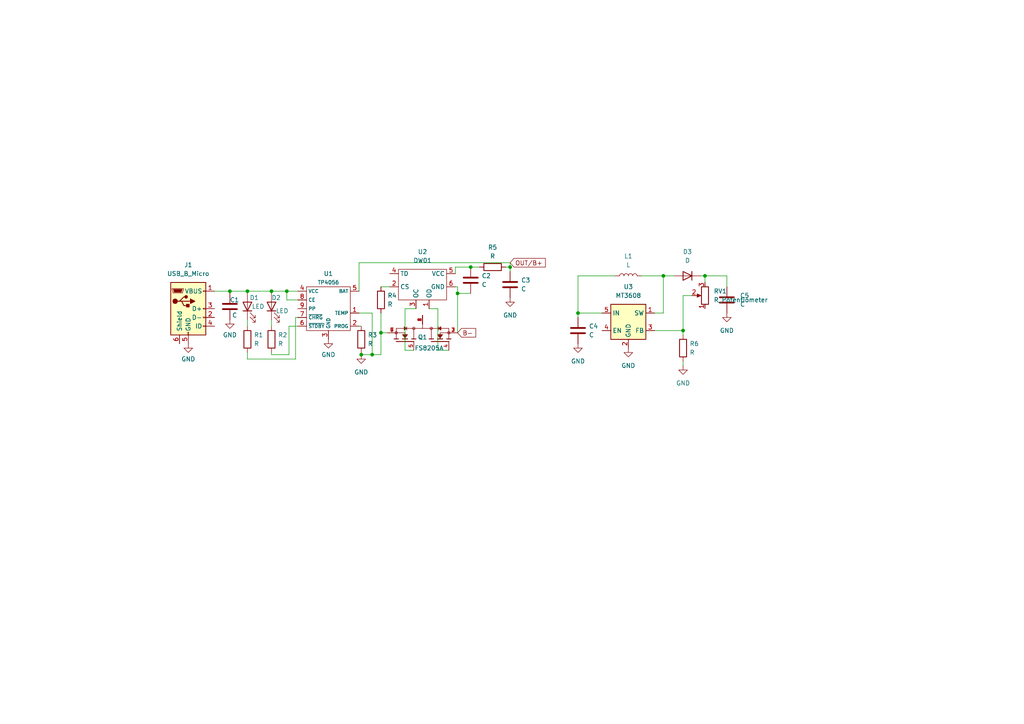
<source format=kicad_sch>
(kicad_sch (version 20211123) (generator eeschema)
  (paper "A4")
  (lib_symbols
    (symbol "Connector:USB_B_Micro" (pin_names (offset 1.016))
      (property "Reference" "J" (at -5.08 11.43 0))
      (property "Value" "USB_B_Micro" (at -5.08 8.89 0))
      (symbol "USB_B_Micro_0_1"
        (rectangle (start -5.08 -7.62) (end 5.08 7.62) (stroke (width 0.254)) (fill (type background)))
        (circle (center -3.81 2.159) (radius 0.635) (stroke (width 0.254)) (fill (type outline)))
        (circle (center -0.635 3.429) (radius 0.381) (stroke (width 0.254)) (fill (type outline)))
        (rectangle (start -0.127 -7.62) (end 0.127 -6.858))
        (polyline (pts (xy -1.905 2.159) (xy 0.635 2.159)) (stroke (width 0.254)))
        (polyline (pts (xy -3.175 2.159) (xy -2.54 2.159) (xy -1.27 3.429) (xy -0.635 3.429)) (stroke (width 0.254)))
        (polyline (pts (xy -2.54 2.159) (xy -1.905 2.159) (xy -1.27 0.889) (xy 0 0.889)) (stroke (width 0.254)))
        (polyline (pts (xy 0.635 2.794) (xy 0.635 1.524) (xy 1.905 2.159) (xy 0.635 2.794)) (stroke (width 0.254)) (fill (type outline)))
        (polyline (pts (xy -4.318 5.588) (xy -1.778 5.588) (xy -2.032 4.826) (xy -4.064 4.826) (xy -4.318 5.588)) (fill (type outline)))
        (polyline (pts (xy -4.699 5.842) (xy -4.699 5.588) (xy -4.445 4.826) (xy -4.445 4.572) (xy -1.651 4.572) (xy -1.651 4.826) (xy -1.397 5.588) (xy -1.397 5.842) (xy -4.699 5.842)))
        (rectangle (start 0.254 1.27) (end -0.508 0.508) (stroke (width 0.254)) (fill (type outline)))
        (rectangle (start 5.08 -5.207) (end 4.318 -4.953))
        (rectangle (start 5.08 -2.667) (end 4.318 -2.413))
        (rectangle (start 5.08 -0.127) (end 4.318 0.127))
        (rectangle (start 5.08 4.953) (end 4.318 5.207))
      )
      (symbol "USB_B_Micro_1_1"
        (pin power_out line (at 7.62 5.08 180) (length 2.54) (name "VBUS") (number "1"))
        (pin bidirectional line (at 7.62 -2.54 180) (length 2.54) (name "D-") (number "2"))
        (pin bidirectional line (at 7.62 0 180) (length 2.54) (name "D+") (number "3"))
        (pin passive line (at 7.62 -5.08 180) (length 2.54) (name "ID") (number "4"))
        (pin power_out line (at 0 -10.16 90) (length 2.54) (name "GND") (number "5"))
        (pin passive line (at -2.54 -10.16 90) (length 2.54) (name "Shield") (number "6"))
      )
    )
    (symbol "Device:C" (pin_numbers hide) (pin_names (offset 0.254))
      (property "Reference" "C" (at 0.635 2.54 0))
      (property "Value" "C" (at 0.635 -2.54 0))
      (symbol "C_0_1"
        (polyline (pts (xy -2.032 -0.762) (xy 2.032 -0.762)) (stroke (width 0.508)))
        (polyline (pts (xy -2.032 0.762) (xy 2.032 0.762)) (stroke (width 0.508)))
      )
      (symbol "C_1_1"
        (pin passive line (at 0 3.81 270) (length 2.794) (name "~") (number "1"))
        (pin passive line (at 0 -3.81 90) (length 2.794) (name "~") (number "2"))
      )
    )
    (symbol "Device:D" (pin_numbers hide) (pin_names (offset 1.016) hide)
      (property "Reference" "D" (at 0 2.54 0))
      (property "Value" "D" (at 0 -2.54 0))
      (symbol "D_0_1"
        (polyline (pts (xy -1.27 1.27) (xy -1.27 -1.27)) (stroke (width 0.254)))
        (polyline (pts (xy 1.27 0) (xy -1.27 0)))
        (polyline (pts (xy 1.27 1.27) (xy 1.27 -1.27) (xy -1.27 0) (xy 1.27 1.27)) (stroke (width 0.254)))
      )
      (symbol "D_1_1"
        (pin passive line (at -3.81 0 0) (length 2.54) (name "K") (number "1"))
        (pin passive line (at 3.81 0 180) (length 2.54) (name "A") (number "2"))
      )
    )
    (symbol "Device:L" (pin_numbers hide) (pin_names (offset 1.016) hide)
      (property "Reference" "L" (at -1.27 0 90))
      (property "Value" "L" (at 1.905 0 90))
      (symbol "L_0_1"
        (arc (start 0 -2.54) (mid 0.635 -1.905) (end 0 -1.27))
        (arc (start 0 -1.27) (mid 0.635 -0.635) (end 0 0))
        (arc (start 0 0) (mid 0.635 0.635) (end 0 1.27))
        (arc (start 0 1.27) (mid 0.635 1.905) (end 0 2.54))
      )
      (symbol "L_1_1"
        (pin passive line (at 0 3.81 270) (length 1.27) (name "1") (number "1"))
        (pin passive line (at 0 -3.81 90) (length 1.27) (name "2") (number "2"))
      )
    )
    (symbol "Device:LED" (pin_numbers hide) (pin_names (offset 1.016) hide)
      (property "Reference" "D" (at 0 2.54 0))
      (property "Value" "LED" (at 0 -2.54 0))
      (symbol "LED_0_1"
        (polyline (pts (xy -1.27 -1.27) (xy -1.27 1.27)) (stroke (width 0.254)))
        (polyline (pts (xy -1.27 0) (xy 1.27 0)))
        (polyline (pts (xy 1.27 -1.27) (xy 1.27 1.27) (xy -1.27 0) (xy 1.27 -1.27)) (stroke (width 0.254)))
        (polyline (pts (xy -3.048 -0.762) (xy -4.572 -2.286) (xy -3.81 -2.286) (xy -4.572 -2.286) (xy -4.572 -1.524)))
        (polyline (pts (xy -1.778 -0.762) (xy -3.302 -2.286) (xy -2.54 -2.286) (xy -3.302 -2.286) (xy -3.302 -1.524)))
      )
      (symbol "LED_1_1"
        (pin passive line (at -3.81 0 0) (length 2.54) (name "K") (number "1"))
        (pin passive line (at 3.81 0 180) (length 2.54) (name "A") (number "2"))
      )
    )
    (symbol "Device:R" (pin_numbers hide) (pin_names (offset 0))
      (property "Reference" "R" (at 2.032 0 90))
      (property "Value" "R" (at 0 0 90))
      (symbol "R_0_1"
        (rectangle (start -1.016 -2.54) (end 1.016 2.54) (stroke (width 0.254)))
      )
      (symbol "R_1_1"
        (pin passive line (at 0 3.81 270) (length 1.27) (name "~") (number "1"))
        (pin passive line (at 0 -3.81 90) (length 1.27) (name "~") (number "2"))
      )
    )
    (symbol "Device:R_Potentiometer" (pin_names (offset 1.016) hide)
      (property "Reference" "RV" (at -4.445 0 90))
      (property "Value" "R_Potentiometer" (at -2.54 0 90))
      (symbol "R_Potentiometer_0_1"
        (polyline (pts (xy 2.54 0) (xy 1.524 0)))
        (polyline (pts (xy 1.143 0) (xy 2.286 0.508) (xy 2.286 -0.508) (xy 1.143 0)) (fill (type outline)))
        (rectangle (start 1.016 2.54) (end -1.016 -2.54) (stroke (width 0.254)))
      )
      (symbol "R_Potentiometer_1_1"
        (pin passive line (at 0 3.81 270) (length 1.27) (name "1") (number "1"))
        (pin passive line (at 3.81 0 180) (length 1.27) (name "2") (number "2"))
        (pin passive line (at 0 -3.81 90) (length 1.27) (name "3") (number "3"))
      )
    )
    (symbol "FS8205A:FS8205A" (pin_names (offset 1.016))
      (property "Reference" "Q" (at -11.43 7.62 0))
      (property "Value" "FS8205A" (at -11.43 -12.7 0))
      (symbol "FS8205A_0_0"
        (circle (center 0 -7.62) (radius 0.3592))
        (polyline (pts (xy -2.54 -2.54) (xy -2.54 -7.62)) (stroke (width 0.254)))
        (polyline (pts (xy -2.54 7.62) (xy -2.54 2.54)) (stroke (width 0.254)))
        (polyline (pts (xy -1.778 -7.62) (xy -1.778 -8.255)) (stroke (width 0.254)))
        (polyline (pts (xy -1.778 -6.985) (xy -1.778 -7.62)) (stroke (width 0.254)))
        (polyline (pts (xy -1.778 -5.08) (xy -1.778 -5.842)) (stroke (width 0.254)))
        (polyline (pts (xy -1.778 -5.08) (xy 0 -5.08)) (stroke (width 0.1524)))
        (polyline (pts (xy -1.778 -4.318) (xy -1.778 -5.08)) (stroke (width 0.254)))
        (polyline (pts (xy -1.778 -2.54) (xy -1.778 -3.175)) (stroke (width 0.254)))
        (polyline (pts (xy -1.778 -2.54) (xy 1.27 -2.54)) (stroke (width 0.1524)))
        (polyline (pts (xy -1.778 -1.905) (xy -1.778 -2.54)) (stroke (width 0.254)))
        (polyline (pts (xy -1.778 2.54) (xy -1.778 1.905)) (stroke (width 0.254)))
        (polyline (pts (xy -1.778 3.175) (xy -1.778 2.54)) (stroke (width 0.254)))
        (polyline (pts (xy -1.778 5.08) (xy -1.778 4.318)) (stroke (width 0.254)))
        (polyline (pts (xy -1.778 5.08) (xy 0 5.08)) (stroke (width 0.1524)))
        (polyline (pts (xy -1.778 5.842) (xy -1.778 5.08)) (stroke (width 0.254)))
        (polyline (pts (xy -1.778 7.62) (xy -1.778 6.985)) (stroke (width 0.254)))
        (polyline (pts (xy -1.778 7.62) (xy 1.27 7.62)) (stroke (width 0.1524)))
        (polyline (pts (xy -1.778 8.255) (xy -1.778 7.62)) (stroke (width 0.254)))
        (polyline (pts (xy 0 -7.62) (xy -1.778 -7.62)) (stroke (width 0.1524)))
        (polyline (pts (xy 0 -7.62) (xy 1.27 -7.62)) (stroke (width 0.1524)))
        (polyline (pts (xy 0 -5.08) (xy 0 -7.62)) (stroke (width 0.1524)))
        (polyline (pts (xy 0 7.62) (xy 0 5.08)) (stroke (width 0.1524)))
        (polyline (pts (xy 0.762 4.572) (xy 1.27 4.572)) (stroke (width 0.1524)))
        (polyline (pts (xy 1.27 -4.572) (xy 0.762 -4.572)) (stroke (width 0.1524)))
        (polyline (pts (xy 1.27 -4.572) (xy 1.27 -7.62)) (stroke (width 0.1524)))
        (polyline (pts (xy 1.27 -2.54) (xy 1.27 -4.572)) (stroke (width 0.1524)))
        (polyline (pts (xy 1.27 -2.54) (xy 1.27 0)) (stroke (width 0.1524)))
        (polyline (pts (xy 1.27 0) (xy 1.27 2.54)) (stroke (width 0.1524)))
        (polyline (pts (xy 1.27 0) (xy 2.54 0)) (stroke (width 0.1524)))
        (polyline (pts (xy 1.27 2.54) (xy -1.778 2.54)) (stroke (width 0.1524)))
        (polyline (pts (xy 1.27 2.54) (xy 1.27 4.572)) (stroke (width 0.1524)))
        (polyline (pts (xy 1.27 4.572) (xy 1.27 7.62)) (stroke (width 0.1524)))
        (polyline (pts (xy 1.27 4.572) (xy 1.778 4.572)) (stroke (width 0.1524)))
        (polyline (pts (xy 1.778 -4.572) (xy 1.27 -4.572)) (stroke (width 0.1524)))
        (polyline (pts (xy -1.524 -5.08) (xy -0.508 -4.318) (xy -0.508 -5.842) (xy -1.524 -5.08)) (stroke (width 0.1524)) (fill (type outline)))
        (polyline (pts (xy -1.524 5.08) (xy -0.508 5.842) (xy -0.508 4.318) (xy -1.524 5.08)) (stroke (width 0.1524)) (fill (type outline)))
        (polyline (pts (xy 1.27 -4.572) (xy 0.762 -5.334) (xy 1.778 -5.334) (xy 1.27 -4.572)) (stroke (width 0.1524)) (fill (type outline)))
        (polyline (pts (xy 1.27 4.572) (xy 1.778 5.334) (xy 0.762 5.334) (xy 1.27 4.572)) (stroke (width 0.1524)) (fill (type outline)))
        (circle (center 0 7.62) (radius 0.3592))
        (circle (center 1.27 -2.54) (radius 0.3592))
        (circle (center 1.27 2.54) (radius 0.3592))
        (pin passive line (at 5.08 0 180) (length 2.54) (name "~") (number "1"))
        (pin passive line (at 0 -10.16 90) (length 2.54) (name "~") (number "2"))
        (pin passive line (at 0 -10.16 90) (length 2.54) (name "~") (number "3"))
        (pin passive line (at -5.08 -7.62 0) (length 2.54) (name "~") (number "4"))
        (pin passive line (at -5.08 2.54 0) (length 2.54) (name "~") (number "5"))
        (pin passive line (at 0 10.16 270) (length 2.54) (name "~") (number "6"))
        (pin passive line (at 0 10.16 270) (length 2.54) (name "~") (number "7"))
        (pin passive line (at 5.08 0 180) (length 2.54) (name "~") (number "8"))
      )
    )
    (symbol "Regulator_Switching:MT3608"
      (property "Reference" "U" (at -2.54 8.89 0))
      (property "Value" "MT3608" (at -3.81 6.35 0))
      (symbol "MT3608_0_1"
        (rectangle (start -5.08 5.08) (end 5.08 -5.08) (stroke (width 0.254)) (fill (type background)))
      )
      (symbol "MT3608_1_1"
        (pin passive line (at 7.62 2.54 180) (length 2.54) (name "SW") (number "1"))
        (pin power_in line (at 0 -7.62 90) (length 2.54) (name "GND") (number "2"))
        (pin input line (at 7.62 -2.54 180) (length 2.54) (name "FB") (number "3"))
        (pin input line (at -7.62 -2.54 0) (length 2.54) (name "EN") (number "4"))
        (pin power_in line (at -7.62 2.54 0) (length 2.54) (name "IN") (number "5"))
        (pin no_connect line (at 5.08 0 180) (length 2.54) hide (name "NC") (number "6"))
      )
    )
    (symbol "dw01:DW01"
      (property "Reference" "U" (at 1.27 10.16 0))
      (property "Value" "DW01" (at 11.43 10.16 0))
      (symbol "DW01_0_1"
        (rectangle (start 0 8.89) (end 13.97 0))
      )
      (symbol "DW01_1_1"
        (pin input line (at 8.89 -2.54 90) (length 2.54) (name "OD") (number "1"))
        (pin input line (at -2.54 3.81 0) (length 2.54) (name "CS") (number "2"))
        (pin input line (at 5.08 -2.54 90) (length 2.54) (name "OC") (number "3"))
        (pin input line (at -2.54 7.62 0) (length 2.54) (name "TD") (number "4"))
        (pin input line (at 16.51 7.62 180) (length 2.54) (name "VCC") (number "5"))
        (pin input line (at 16.51 3.81 180) (length 2.54) (name "GND") (number "6"))
      )
    )
    (symbol "power:GND" (power) (pin_names (offset 0))
      (property "Value" "GND" (at 0 -3.81 0))
      (symbol "GND_0_1"
        (polyline (pts (xy 0 0) (xy 0 -1.27) (xy 1.27 -1.27) (xy 0 -2.54) (xy -1.27 -1.27) (xy 0 -1.27)))
      )
      (symbol "GND_1_1"
        (pin power_in line (at 0 0 270) (length 0) hide (name "GND") (number "1"))
      )
    )
    (symbol "tp4056:TP4056"
      (property "Reference" "U" (at 1.27 13.97 0))
      (property "Value" "TP4056" (at 8.89 13.97 0))
      (symbol "TP4056_0_1"
        (rectangle (start 0 12.7) (end 12.7 0))
      )
      (symbol "TP4056_1_1"
        (pin input line (at 15.24 5.08 180) (length 2.54) (name "TEMP") (number "1"))
        (pin input line (at 15.24 1.27 180) (length 2.54) (name "PROG") (number "2"))
        (pin input line (at 6.35 -2.54 90) (length 2.54) (name "GND") (number "3"))
        (pin input line (at -2.54 11.43 0) (length 2.54) (name "VCC") (number "4"))
        (pin input line (at 15.24 11.43 180) (length 2.54) (name "BAT") (number "5"))
        (pin input line (at -2.54 1.27 0) (length 2.54) (name "~{STDBY}") (number "6"))
        (pin input line (at -2.54 3.81 0) (length 2.54) (name "~{CHRG}") (number "7"))
        (pin input line (at -2.54 8.89 0) (length 2.54) (name "CE") (number "8"))
        (pin input line (at -2.54 6.35 0) (length 2.54) (name "PP") (number "9"))
      )
    )
  )
  (junction (at 104.775 102.87))
  (junction (at 66.675 84.455))
  (junction (at 147.955 77.47))
  (junction (at 198.12 95.885))
  (junction (at 110.49 96.52))
  (junction (at 78.74 84.455))
  (junction (at 192.405 80.01))
  (junction (at 132.715 85.09))
  (junction (at 71.755 84.455))
  (junction (at 107.95 102.87))
  (junction (at 136.525 77.47))
  (junction (at 83.185 84.455))
  (junction (at 167.64 90.805))
  (junction (at 204.47 80.01))
  (wire (pts (xy 147.955 76.2) (xy 147.955 77.47)))
  (wire (pts (xy 130.175 101.6) (xy 127 101.6)))
  (wire (pts (xy 167.64 90.805) (xy 174.625 90.805)))
  (wire (pts (xy 78.74 84.455) (xy 78.74 85.09)))
  (wire (pts (xy 78.74 92.71) (xy 78.74 94.615)))
  (wire (pts (xy 110.49 102.87) (xy 107.95 102.87)))
  (wire (pts (xy 71.755 92.71) (xy 71.755 94.615)))
  (wire (pts (xy 85.725 92.075) (xy 86.36 92.075)))
  (wire (pts (xy 192.405 80.01) (xy 195.58 80.01)))
  (wire (pts (xy 198.12 95.885) (xy 198.12 97.155)))
  (wire (pts (xy 83.82 102.87) (xy 78.74 102.87)))
  (wire (pts (xy 83.185 84.455) (xy 86.36 84.455)))
  (wire (pts (xy 203.2 80.01) (xy 204.47 80.01)))
  (wire (pts (xy 147.955 78.74) (xy 147.955 77.47)))
  (wire (pts (xy 110.49 90.805) (xy 110.49 96.52)))
  (wire (pts (xy 104.14 94.615) (xy 104.775 94.615)))
  (wire (pts (xy 66.675 85.09) (xy 66.675 84.455)))
  (wire (pts (xy 71.755 102.235) (xy 71.755 104.14)))
  (wire (pts (xy 204.47 80.01) (xy 210.82 80.01)))
  (wire (pts (xy 204.47 80.01) (xy 204.47 81.915)))
  (wire (pts (xy 186.055 80.01) (xy 192.405 80.01)))
  (wire (pts (xy 167.64 90.805) (xy 167.64 80.01)))
  (wire (pts (xy 132.08 77.47) (xy 136.525 77.47)))
  (wire (pts (xy 107.95 102.87) (xy 104.775 102.87)))
  (wire (pts (xy 167.64 80.01) (xy 178.435 80.01)))
  (wire (pts (xy 147.955 76.2) (xy 104.14 76.2)))
  (wire (pts (xy 127 101.6) (xy 127 89.535)))
  (wire (pts (xy 117.475 101.6) (xy 117.475 89.535)))
  (wire (pts (xy 132.715 85.09) (xy 132.715 83.185)))
  (wire (pts (xy 132.715 85.09) (xy 136.525 85.09)))
  (wire (pts (xy 66.675 84.455) (xy 71.755 84.455)))
  (wire (pts (xy 117.475 89.535) (xy 120.65 89.535)))
  (wire (pts (xy 86.36 94.615) (xy 83.82 94.615)))
  (wire (pts (xy 71.755 104.14) (xy 85.725 104.14)))
  (wire (pts (xy 132.08 77.47) (xy 132.08 79.375)))
  (wire (pts (xy 198.12 85.725) (xy 198.12 95.885)))
  (wire (pts (xy 110.49 83.185) (xy 113.03 83.185)))
  (wire (pts (xy 192.405 90.805) (xy 189.865 90.805)))
  (wire (pts (xy 120.015 101.6) (xy 117.475 101.6)))
  (wire (pts (xy 107.95 90.805) (xy 107.95 102.87)))
  (wire (pts (xy 83.185 84.455) (xy 78.74 84.455)))
  (wire (pts (xy 78.74 102.87) (xy 78.74 102.235)))
  (wire (pts (xy 132.715 83.185) (xy 132.08 83.185)))
  (wire (pts (xy 198.12 104.775) (xy 198.12 106.045)))
  (wire (pts (xy 189.865 95.885) (xy 198.12 95.885)))
  (wire (pts (xy 210.82 80.01) (xy 210.82 83.185)))
  (wire (pts (xy 192.405 80.01) (xy 192.405 90.805)))
  (wire (pts (xy 83.82 94.615) (xy 83.82 102.87)))
  (wire (pts (xy 104.14 90.805) (xy 107.95 90.805)))
  (wire (pts (xy 136.525 77.47) (xy 139.065 77.47)))
  (wire (pts (xy 71.755 84.455) (xy 71.755 85.09)))
  (wire (pts (xy 200.66 85.725) (xy 198.12 85.725)))
  (wire (pts (xy 110.49 96.52) (xy 110.49 102.87)))
  (wire (pts (xy 127 89.535) (xy 124.46 89.535)))
  (wire (pts (xy 167.64 90.805) (xy 167.64 92.075)))
  (wire (pts (xy 66.675 84.455) (xy 62.23 84.455)))
  (wire (pts (xy 86.36 86.995) (xy 83.185 86.995)))
  (wire (pts (xy 71.755 84.455) (xy 78.74 84.455)))
  (wire (pts (xy 147.955 77.47) (xy 146.685 77.47)))
  (wire (pts (xy 104.775 102.87) (xy 104.775 102.235)))
  (wire (pts (xy 85.725 104.14) (xy 85.725 92.075)))
  (wire (pts (xy 104.14 76.2) (xy 104.14 84.455)))
  (wire (pts (xy 132.715 96.52) (xy 132.715 85.09)))
  (wire (pts (xy 110.49 96.52) (xy 112.395 96.52)))
  (wire (pts (xy 83.185 86.995) (xy 83.185 84.455)))
  (global_label "B-" (shape input) (at 132.715 96.52 0) (property "Intersheet References" "${INTERSHEET_REFS}" (effects hide)))
  (global_label "OUT{slash}B+" (shape input) (at 147.955 76.2 0) (property "Intersheet References" "${INTERSHEET_REFS}" (effects hide)))
  (symbol (lib_id "power:GND") (at 210.82 90.805 0) (unit 1)
    (property "Reference" "#PWR0108" (effects hide))
    (property "Value" "GND" (at 210.82 95.885 0))
  )
  (symbol (lib_id "Device:LED") (at 71.755 88.9 90) (unit 1)
    (property "Reference" "D1" (at 72.39 86.36 90) (effects (justify right)))
    (property "Value" "LED" (at 73.025 88.9 90) (effects (justify right)))
    (property "Footprint" "LED_SMD:LED_0402_1005Metric_Pad0.77x0.64mm_HandSolder" (effects hide))
  )
  (symbol (lib_id "Device:R") (at 198.12 100.965 0) (unit 1)
    (property "Reference" "R6" (at 200.025 99.6949 0) (effects (justify left)))
    (property "Value" "R" (at 200.025 102.2349 0) (effects (justify left)))
    (property "Footprint" "Resistor_SMD:R_0805_2012Metric" (effects hide))
  )
  (symbol (lib_id "tp4056:TP4056") (at 88.9 95.885 0) (unit 1)
    (property "Reference" "U1" (at 95.25 79.375 0))
    (property "Value" "TP4056" (at 95.25 81.915 0) (effects (font (size 1.1 1.1))))
    (property "Footprint" "Package_SO:SOIC-8-1EP_3.9x4.9mm_P1.27mm_EP2.29x3mm" (effects hide))
  )
  (symbol (lib_id "Device:R") (at 78.74 98.425 0) (unit 1)
    (property "Reference" "R2" (at 80.645 97.1549 0) (effects (justify left)))
    (property "Value" "R" (at 80.645 99.6949 0) (effects (justify left)))
    (property "Footprint" "Resistor_SMD:R_0402_1005Metric_Pad0.72x0.64mm_HandSolder" (effects hide))
  )
  (symbol (lib_id "power:GND") (at 198.12 106.045 0) (unit 1)
    (property "Reference" "#PWR0107" (effects hide))
    (property "Value" "GND" (at 198.12 111.125 0))
  )
  (symbol (lib_id "Device:D") (at 199.39 80.01 180) (unit 1)
    (property "Reference" "D3" (at 199.39 73.025 0))
    (property "Value" "D" (at 199.39 75.565 0))
    (property "Footprint" "Diode_SMD:D_SMA" (effects hide))
  )
  (symbol (lib_id "Device:R") (at 71.755 98.425 0) (unit 1)
    (property "Reference" "R1" (at 73.66 97.1549 0) (effects (justify left)))
    (property "Value" "R" (at 73.66 99.6949 0) (effects (justify left)))
    (property "Footprint" "Resistor_SMD:R_0402_1005Metric_Pad0.72x0.64mm_HandSolder" (effects hide))
  )
  (symbol (lib_id "Device:LED") (at 78.74 88.9 90) (unit 1)
    (property "Reference" "D2" (at 78.74 86.36 90) (effects (justify right)))
    (property "Value" "LED" (at 80.01 90.17 90) (effects (justify right)))
    (property "Footprint" "LED_SMD:LED_0402_1005Metric_Pad0.77x0.64mm_HandSolder" (effects hide))
  )
  (symbol (lib_id "Connector:USB_B_Micro") (at 54.61 89.535 0) (unit 1)
    (property "Reference" "J1" (at 54.61 76.835 0))
    (property "Value" "USB_B_Micro" (at 54.61 79.375 0))
    (property "Footprint" "Connector_USB:USB_Micro-B_Molex_47346-0001" (effects hide))
  )
  (symbol (lib_id "power:GND") (at 147.955 86.36 0) (unit 1)
    (property "Reference" "#PWR0105" (effects hide))
    (property "Value" "GND" (at 147.955 91.44 0))
  )
  (symbol (lib_id "Device:R") (at 110.49 86.995 0) (unit 1)
    (property "Reference" "R4" (at 112.395 85.7249 0) (effects (justify left)))
    (property "Value" "R" (at 112.395 88.2649 0) (effects (justify left)))
    (property "Footprint" "Resistor_SMD:R_0402_1005Metric_Pad0.72x0.64mm_HandSolder" (effects hide))
  )
  (symbol (lib_id "FS8205A:FS8205A") (at 122.555 96.52 90) (unit 1)
    (property "Reference" "Q1" (at 122.555 97.79 90))
    (property "Value" "FS8205A" (at 124.46 100.965 90))
    (property "Footprint" "Package_SO:TSSOP-8_4.4x3mm_P0.65mm" (effects hide))
    (property "STANDARD" "IPC 7351B" (effects hide))
    (property "PARTREV" "1.7" (effects hide))
    (property "MANUFACTURER" "Fortune Semiconductor" (effects hide))
    (property "MAXIMUM_PACKAGE_HEIGHT" "1.2mm" (effects hide))
  )
  (symbol (lib_id "Device:L") (at 182.245 80.01 90) (unit 1)
    (property "Reference" "L1" (at 182.245 74.295 90))
    (property "Value" "L" (at 182.245 76.835 90))
    (property "Footprint" "Inductor_SMD:L_10.4x10.4_H4.8" (effects hide))
  )
  (symbol (lib_id "Device:R") (at 142.875 77.47 90) (unit 1)
    (property "Reference" "R5" (at 142.875 71.755 90))
    (property "Value" "R" (at 142.875 74.295 90))
    (property "Footprint" "Resistor_SMD:R_0402_1005Metric_Pad0.72x0.64mm_HandSolder" (effects hide))
  )
  (symbol (lib_id "power:GND") (at 182.245 100.965 0) (unit 1)
    (property "Reference" "#PWR0106" (effects hide))
    (property "Value" "GND" (at 182.245 106.045 0))
  )
  (symbol (lib_id "Device:C") (at 66.675 88.9 0) (unit 1)
    (property "Reference" "C1" (at 66.675 86.995 0) (effects (justify left)))
    (property "Value" "C" (at 67.31 91.44 0) (effects (justify left)))
    (property "Footprint" "Capacitor_SMD:C_0402_1005Metric_Pad0.74x0.62mm_HandSolder" (effects hide))
  )
  (symbol (lib_id "Device:C") (at 147.955 82.55 0) (unit 1)
    (property "Reference" "C3" (at 151.13 81.2799 0) (effects (justify left)))
    (property "Value" "C" (at 151.13 83.8199 0) (effects (justify left)))
    (property "Footprint" "Capacitor_SMD:C_0603_1608Metric_Pad1.08x0.95mm_HandSolder" (effects hide))
  )
  (symbol (lib_id "Device:C") (at 167.64 95.885 0) (unit 1)
    (property "Reference" "C4" (at 170.815 94.6149 0) (effects (justify left)))
    (property "Value" "C" (at 170.815 97.1549 0) (effects (justify left)))
    (property "Footprint" "Capacitor_SMD:C_1206_3216Metric" (effects hide))
  )
  (symbol (lib_id "Regulator_Switching:MT3608") (at 182.245 93.345 0) (unit 1)
    (property "Reference" "U3" (at 182.245 83.185 0))
    (property "Value" "MT3608" (at 182.245 85.725 0))
    (property "Footprint" "Package_TO_SOT_SMD:SOT-23-6" (effects hide))
    (property "Datasheet" "https://www.olimex.com/Products/Breadboarding/BB-PWR-3608/resources/MT3608.pdf" (effects hide))
  )
  (symbol (lib_id "Device:C") (at 210.82 86.995 0) (unit 1)
    (property "Reference" "C5" (at 214.63 85.7249 0) (effects (justify left)))
    (property "Value" "C" (at 214.63 88.2649 0) (effects (justify left)))
    (property "Footprint" "Capacitor_SMD:C_1206_3216Metric" (effects hide))
  )
  (symbol (lib_id "Device:R_Potentiometer") (at 204.47 85.725 180) (unit 1)
    (property "Reference" "RV1" (at 207.01 84.4549 0) (effects (justify right)))
    (property "Value" "R_Potentiometer" (at 207.01 86.9949 0) (effects (justify right)))
    (property "Footprint" "Potentiometer_THT:Potentiometer_Bourns_3296P_Horizontal" (effects hide))
  )
  (symbol (lib_id "power:GND") (at 95.25 98.425 0) (unit 1)
    (property "Reference" "#PWR0102" (effects hide))
    (property "Value" "GND" (at 95.25 102.87 0))
  )
  (symbol (lib_id "power:GND") (at 104.775 102.87 0) (unit 1)
    (property "Reference" "#PWR0101" (effects hide))
    (property "Value" "GND" (at 104.775 107.95 0))
  )
  (symbol (lib_id "power:GND") (at 54.61 99.695 0) (unit 1)
    (property "Reference" "#PWR0104" (effects hide))
    (property "Value" "GND" (at 54.61 104.14 0))
  )
  (symbol (lib_id "power:GND") (at 167.64 99.695 0) (unit 1)
    (property "Reference" "#PWR0109" (effects hide))
    (property "Value" "GND" (at 167.64 104.775 0))
  )
  (symbol (lib_id "Device:C") (at 136.525 81.28 0) (unit 1)
    (property "Reference" "C2" (at 139.7 80.0099 0) (effects (justify left)))
    (property "Value" "C" (at 139.7 82.5499 0) (effects (justify left)))
    (property "Footprint" "Capacitor_SMD:C_0402_1005Metric_Pad0.74x0.62mm_HandSolder" (effects hide))
  )
  (symbol (lib_id "dw01:DW01") (at 115.57 86.995 0) (unit 1)
    (property "Reference" "U2" (at 122.555 73.025 0))
    (property "Value" "DW01" (at 122.555 75.565 0))
    (property "Footprint" "Package_TO_SOT_SMD:SOT-23-6_Handsoldering" (effects hide))
  )
  (symbol (lib_id "power:GND") (at 66.675 92.71 0) (unit 1)
    (property "Reference" "#PWR0103" (effects hide))
    (property "Value" "GND" (at 66.675 97.155 0))
  )
  (symbol (lib_id "Device:R") (at 104.775 98.425 0) (unit 1)
    (property "Reference" "R3" (at 106.68 97.1549 0) (effects (justify left)))
    (property "Value" "R" (at 106.68 99.6949 0) (effects (justify left)))
    (property "Footprint" "Resistor_SMD:R_0402_1005Metric_Pad0.72x0.64mm_HandSolder" (effects hide))
  )
)
</source>
